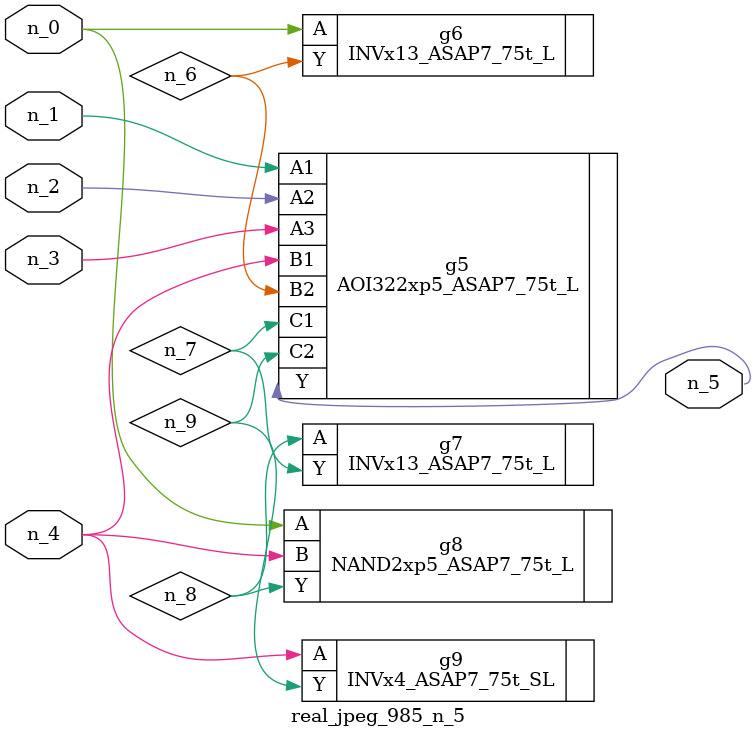
<source format=v>
module real_jpeg_985_n_5 (n_4, n_0, n_1, n_2, n_3, n_5);

input n_4;
input n_0;
input n_1;
input n_2;
input n_3;

output n_5;

wire n_8;
wire n_6;
wire n_7;
wire n_9;

INVx13_ASAP7_75t_L g6 ( 
.A(n_0),
.Y(n_6)
);

NAND2xp5_ASAP7_75t_L g8 ( 
.A(n_0),
.B(n_4),
.Y(n_8)
);

AOI322xp5_ASAP7_75t_L g5 ( 
.A1(n_1),
.A2(n_2),
.A3(n_3),
.B1(n_4),
.B2(n_6),
.C1(n_7),
.C2(n_9),
.Y(n_5)
);

INVx4_ASAP7_75t_SL g9 ( 
.A(n_4),
.Y(n_9)
);

INVx13_ASAP7_75t_L g7 ( 
.A(n_8),
.Y(n_7)
);


endmodule
</source>
